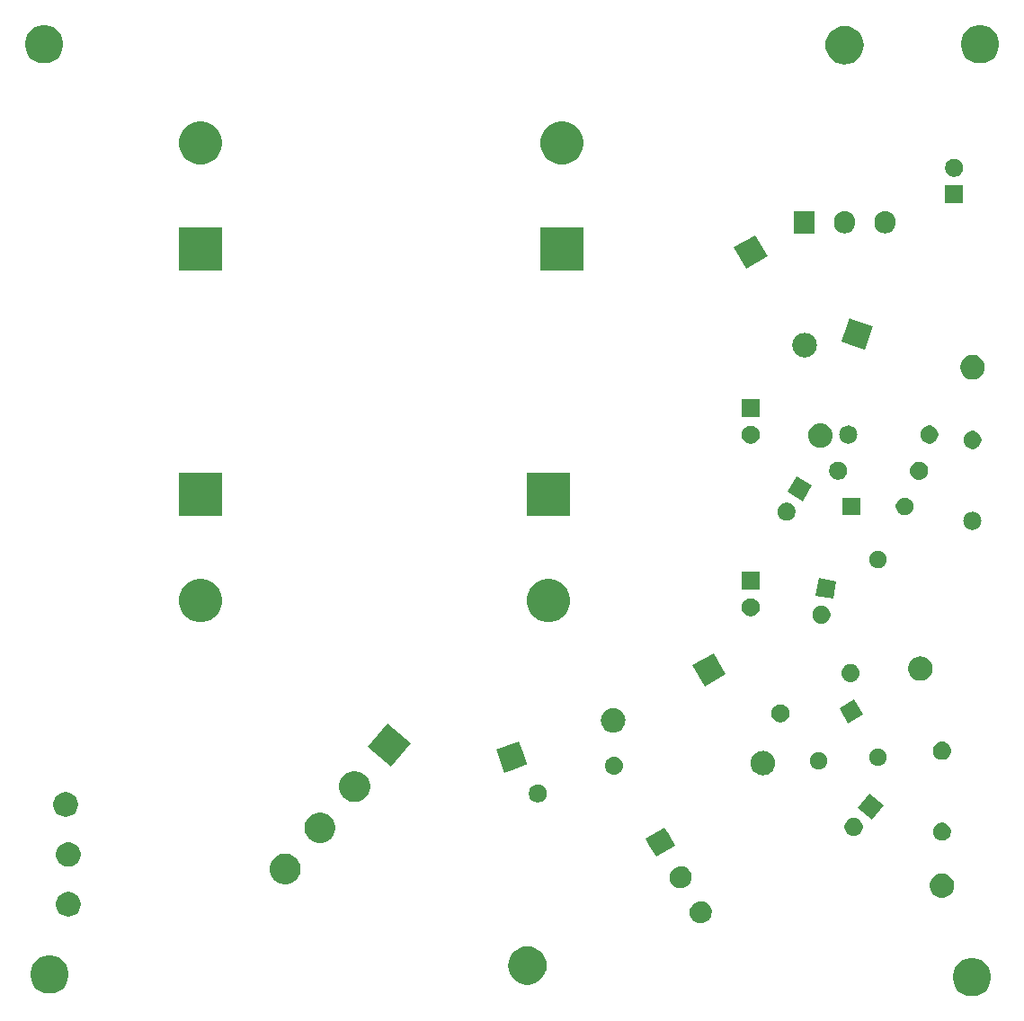
<source format=gbr>
G04 #@! TF.GenerationSoftware,KiCad,Pcbnew,(5.1.2-1)-1*
G04 #@! TF.CreationDate,2021-07-21T12:11:00-04:00*
G04 #@! TF.ProjectId,Power Supply,506f7765-7220-4537-9570-706c792e6b69,rev?*
G04 #@! TF.SameCoordinates,Original*
G04 #@! TF.FileFunction,Soldermask,Bot*
G04 #@! TF.FilePolarity,Negative*
%FSLAX46Y46*%
G04 Gerber Fmt 4.6, Leading zero omitted, Abs format (unit mm)*
G04 Created by KiCad (PCBNEW (5.1.2-1)-1) date 2021-07-21 12:11:00*
%MOMM*%
%LPD*%
G04 APERTURE LIST*
%ADD10C,0.100000*%
G04 APERTURE END LIST*
D10*
G36*
X104919331Y-104694211D02*
G01*
X105247092Y-104829974D01*
X105542070Y-105027072D01*
X105792928Y-105277930D01*
X105990026Y-105572908D01*
X106125789Y-105900669D01*
X106195000Y-106248616D01*
X106195000Y-106603384D01*
X106125789Y-106951331D01*
X105990026Y-107279092D01*
X105792928Y-107574070D01*
X105542070Y-107824928D01*
X105247092Y-108022026D01*
X104919331Y-108157789D01*
X104571384Y-108227000D01*
X104216616Y-108227000D01*
X103868669Y-108157789D01*
X103540908Y-108022026D01*
X103245930Y-107824928D01*
X102995072Y-107574070D01*
X102797974Y-107279092D01*
X102662211Y-106951331D01*
X102593000Y-106603384D01*
X102593000Y-106248616D01*
X102662211Y-105900669D01*
X102797974Y-105572908D01*
X102995072Y-105277930D01*
X103245930Y-105027072D01*
X103540908Y-104829974D01*
X103868669Y-104694211D01*
X104216616Y-104625000D01*
X104571384Y-104625000D01*
X104919331Y-104694211D01*
X104919331Y-104694211D01*
G37*
G36*
X18051331Y-104440211D02*
G01*
X18379092Y-104575974D01*
X18674070Y-104773072D01*
X18924928Y-105023930D01*
X19122026Y-105318908D01*
X19257789Y-105646669D01*
X19327000Y-105994616D01*
X19327000Y-106349384D01*
X19257789Y-106697331D01*
X19122026Y-107025092D01*
X18924928Y-107320070D01*
X18674070Y-107570928D01*
X18379092Y-107768026D01*
X18051331Y-107903789D01*
X17703384Y-107973000D01*
X17348616Y-107973000D01*
X17000669Y-107903789D01*
X16672908Y-107768026D01*
X16377930Y-107570928D01*
X16127072Y-107320070D01*
X15929974Y-107025092D01*
X15794211Y-106697331D01*
X15725000Y-106349384D01*
X15725000Y-105994616D01*
X15794211Y-105646669D01*
X15929974Y-105318908D01*
X16127072Y-105023930D01*
X16377930Y-104773072D01*
X16672908Y-104575974D01*
X17000669Y-104440211D01*
X17348616Y-104371000D01*
X17703384Y-104371000D01*
X18051331Y-104440211D01*
X18051331Y-104440211D01*
G37*
G36*
X62710686Y-103555591D02*
G01*
X62887075Y-103572964D01*
X63226565Y-103675947D01*
X63226567Y-103675948D01*
X63539439Y-103843182D01*
X63813678Y-104068244D01*
X64038740Y-104342483D01*
X64090977Y-104440212D01*
X64205975Y-104655357D01*
X64308958Y-104994847D01*
X64343731Y-105347905D01*
X64308958Y-105700963D01*
X64219879Y-105994616D01*
X64205974Y-106040455D01*
X64038740Y-106353327D01*
X63813678Y-106627566D01*
X63539439Y-106852628D01*
X63354779Y-106951331D01*
X63226565Y-107019863D01*
X62887075Y-107122846D01*
X62710686Y-107140219D01*
X62622493Y-107148905D01*
X62445541Y-107148905D01*
X62357348Y-107140219D01*
X62180959Y-107122846D01*
X61841469Y-107019863D01*
X61713255Y-106951331D01*
X61528595Y-106852628D01*
X61254356Y-106627566D01*
X61029294Y-106353327D01*
X60862060Y-106040455D01*
X60848155Y-105994616D01*
X60759076Y-105700963D01*
X60724303Y-105347905D01*
X60759076Y-104994847D01*
X60862059Y-104655357D01*
X60977057Y-104440212D01*
X61029294Y-104342483D01*
X61254356Y-104068244D01*
X61528595Y-103843182D01*
X61841467Y-103675948D01*
X61841469Y-103675947D01*
X62180959Y-103572964D01*
X62357348Y-103555591D01*
X62445541Y-103546905D01*
X62622493Y-103546905D01*
X62710686Y-103555591D01*
X62710686Y-103555591D01*
G37*
G36*
X79038483Y-99298147D02*
G01*
X79169115Y-99319714D01*
X79215366Y-99337122D01*
X79354112Y-99389341D01*
X79354115Y-99389343D01*
X79354118Y-99389344D01*
X79521982Y-99493728D01*
X79521984Y-99493730D01*
X79521986Y-99493731D01*
X79617394Y-99583091D01*
X79666256Y-99628855D01*
X79781396Y-99789532D01*
X79833141Y-99903734D01*
X79862977Y-99969585D01*
X79907865Y-100162091D01*
X79914332Y-100359661D01*
X79882134Y-100554688D01*
X79882133Y-100554690D01*
X79812503Y-100739693D01*
X79708119Y-100907557D01*
X79638189Y-100982220D01*
X79572992Y-101051831D01*
X79452578Y-101138119D01*
X79334732Y-101206157D01*
X79284925Y-101234914D01*
X79234139Y-101257924D01*
X79149991Y-101296052D01*
X79072987Y-101314007D01*
X78957485Y-101340939D01*
X78941266Y-101341470D01*
X78759917Y-101347407D01*
X78564885Y-101315208D01*
X78379882Y-101245578D01*
X78212018Y-101141194D01*
X78067744Y-101006067D01*
X77952605Y-100845390D01*
X77952605Y-100845389D01*
X77952603Y-100845387D01*
X77918814Y-100770814D01*
X77871023Y-100665338D01*
X77845223Y-100554688D01*
X77826136Y-100472832D01*
X77825605Y-100456613D01*
X77819668Y-100275264D01*
X77851867Y-100080232D01*
X77921497Y-99895229D01*
X78025881Y-99727365D01*
X78161008Y-99583091D01*
X78281423Y-99496803D01*
X78354460Y-99454635D01*
X78449075Y-99400008D01*
X78519863Y-99367935D01*
X78584009Y-99338870D01*
X78666164Y-99319714D01*
X78776515Y-99293983D01*
X78895057Y-99290102D01*
X78974083Y-99287515D01*
X78974085Y-99287515D01*
X79038483Y-99298147D01*
X79038483Y-99298147D01*
G37*
G36*
X19528549Y-98439116D02*
G01*
X19639734Y-98461232D01*
X19849203Y-98547997D01*
X20037720Y-98673960D01*
X20198040Y-98834280D01*
X20324003Y-99022797D01*
X20410768Y-99232266D01*
X20455000Y-99454636D01*
X20455000Y-99681364D01*
X20410768Y-99903734D01*
X20324003Y-100113203D01*
X20198040Y-100301720D01*
X20037720Y-100462040D01*
X19849203Y-100588003D01*
X19639734Y-100674768D01*
X19528549Y-100696884D01*
X19417365Y-100719000D01*
X19190635Y-100719000D01*
X19079451Y-100696884D01*
X18968266Y-100674768D01*
X18758797Y-100588003D01*
X18570280Y-100462040D01*
X18409960Y-100301720D01*
X18283997Y-100113203D01*
X18197232Y-99903734D01*
X18153000Y-99681364D01*
X18153000Y-99454636D01*
X18197232Y-99232266D01*
X18283997Y-99022797D01*
X18409960Y-98834280D01*
X18570280Y-98673960D01*
X18758797Y-98547997D01*
X18968266Y-98461232D01*
X19079451Y-98439116D01*
X19190635Y-98417000D01*
X19417365Y-98417000D01*
X19528549Y-98439116D01*
X19528549Y-98439116D01*
G37*
G36*
X101765174Y-96679758D02*
G01*
X101910334Y-96708632D01*
X102058450Y-96769984D01*
X102084264Y-96780676D01*
X102119803Y-96795397D01*
X102308320Y-96921360D01*
X102468640Y-97081680D01*
X102594603Y-97270197D01*
X102664995Y-97440137D01*
X102681368Y-97479667D01*
X102725600Y-97702035D01*
X102725600Y-97928765D01*
X102722167Y-97946022D01*
X102681368Y-98151134D01*
X102594603Y-98360603D01*
X102468640Y-98549120D01*
X102308320Y-98709440D01*
X102119803Y-98835403D01*
X101910334Y-98922168D01*
X101799149Y-98944284D01*
X101687965Y-98966400D01*
X101461235Y-98966400D01*
X101350051Y-98944284D01*
X101238866Y-98922168D01*
X101029397Y-98835403D01*
X100840880Y-98709440D01*
X100680560Y-98549120D01*
X100554597Y-98360603D01*
X100467832Y-98151134D01*
X100427033Y-97946022D01*
X100423600Y-97928765D01*
X100423600Y-97702035D01*
X100467832Y-97479667D01*
X100484206Y-97440137D01*
X100554597Y-97270197D01*
X100680560Y-97081680D01*
X100840880Y-96921360D01*
X101029397Y-96795397D01*
X101064937Y-96780676D01*
X101090750Y-96769984D01*
X101238866Y-96708632D01*
X101384026Y-96679758D01*
X101461235Y-96664400D01*
X101687965Y-96664400D01*
X101765174Y-96679758D01*
X101765174Y-96679758D01*
G37*
G36*
X77133483Y-95998591D02*
G01*
X77264115Y-96020158D01*
X77310366Y-96037565D01*
X77449112Y-96089785D01*
X77449115Y-96089787D01*
X77449118Y-96089788D01*
X77616982Y-96194172D01*
X77616984Y-96194174D01*
X77616986Y-96194175D01*
X77712394Y-96283535D01*
X77761256Y-96329299D01*
X77831848Y-96427810D01*
X77876396Y-96489976D01*
X77957977Y-96670029D01*
X78002865Y-96862535D01*
X78009332Y-97060105D01*
X77977134Y-97255132D01*
X77977133Y-97255134D01*
X77907503Y-97440137D01*
X77855311Y-97524068D01*
X77803119Y-97608001D01*
X77733189Y-97682664D01*
X77667992Y-97752275D01*
X77547578Y-97838563D01*
X77429732Y-97906601D01*
X77379925Y-97935358D01*
X77329139Y-97958368D01*
X77244991Y-97996496D01*
X77167987Y-98014451D01*
X77052485Y-98041383D01*
X77036266Y-98041914D01*
X76854917Y-98047851D01*
X76659885Y-98015652D01*
X76474882Y-97946022D01*
X76307018Y-97841638D01*
X76162744Y-97706511D01*
X76047605Y-97545834D01*
X76047605Y-97545833D01*
X76047603Y-97545831D01*
X76013814Y-97471258D01*
X75966023Y-97365782D01*
X75943736Y-97270199D01*
X75921136Y-97173276D01*
X75920605Y-97157057D01*
X75914668Y-96975708D01*
X75946867Y-96780676D01*
X76016497Y-96595673D01*
X76120881Y-96427809D01*
X76256008Y-96283535D01*
X76376423Y-96197247D01*
X76426229Y-96168491D01*
X76544075Y-96100452D01*
X76614863Y-96068379D01*
X76679009Y-96039314D01*
X76761842Y-96020000D01*
X76871515Y-95994427D01*
X76990057Y-95990546D01*
X77069083Y-95987959D01*
X77069085Y-95987959D01*
X77133483Y-95998591D01*
X77133483Y-95998591D01*
G37*
G36*
X40157158Y-94861277D02*
G01*
X40421222Y-94970656D01*
X40658875Y-95129451D01*
X40860983Y-95331559D01*
X41019778Y-95569212D01*
X41129157Y-95833276D01*
X41184917Y-96113605D01*
X41184917Y-96399429D01*
X41129157Y-96679758D01*
X41019778Y-96943822D01*
X40860983Y-97181475D01*
X40658875Y-97383583D01*
X40421222Y-97542378D01*
X40157158Y-97651757D01*
X39876829Y-97707517D01*
X39591005Y-97707517D01*
X39310676Y-97651757D01*
X39046612Y-97542378D01*
X38808959Y-97383583D01*
X38606851Y-97181475D01*
X38448056Y-96943822D01*
X38338677Y-96679758D01*
X38282917Y-96399429D01*
X38282917Y-96113605D01*
X38338677Y-95833276D01*
X38448056Y-95569212D01*
X38606851Y-95331559D01*
X38808959Y-95129451D01*
X39046612Y-94970656D01*
X39310676Y-94861277D01*
X39591005Y-94805517D01*
X39876829Y-94805517D01*
X40157158Y-94861277D01*
X40157158Y-94861277D01*
G37*
G36*
X19528549Y-93740116D02*
G01*
X19639734Y-93762232D01*
X19849203Y-93848997D01*
X20037720Y-93974960D01*
X20198040Y-94135280D01*
X20324003Y-94323797D01*
X20410768Y-94533266D01*
X20455000Y-94755636D01*
X20455000Y-94982364D01*
X20410768Y-95204734D01*
X20324003Y-95414203D01*
X20198040Y-95602720D01*
X20037720Y-95763040D01*
X19849203Y-95889003D01*
X19639734Y-95975768D01*
X19528549Y-95997884D01*
X19417365Y-96020000D01*
X19190635Y-96020000D01*
X19079451Y-95997884D01*
X18968266Y-95975768D01*
X18758797Y-95889003D01*
X18570280Y-95763040D01*
X18409960Y-95602720D01*
X18283997Y-95414203D01*
X18197232Y-95204734D01*
X18153000Y-94982364D01*
X18153000Y-94755636D01*
X18197232Y-94533266D01*
X18283997Y-94323797D01*
X18409960Y-94135280D01*
X18570280Y-93974960D01*
X18758797Y-93848997D01*
X18968266Y-93762232D01*
X19079451Y-93740116D01*
X19190635Y-93718000D01*
X19417365Y-93718000D01*
X19528549Y-93740116D01*
X19528549Y-93740116D01*
G37*
G36*
X75846400Y-92983628D02*
G01*
X76468943Y-94061904D01*
X76468943Y-94061905D01*
X74648557Y-95112905D01*
X74041762Y-94061904D01*
X73645057Y-93374792D01*
X73645057Y-93374791D01*
X75465443Y-92323791D01*
X75846400Y-92983628D01*
X75846400Y-92983628D01*
G37*
G36*
X43422519Y-90969772D02*
G01*
X43686583Y-91079151D01*
X43924236Y-91237946D01*
X44126344Y-91440054D01*
X44285139Y-91677707D01*
X44394518Y-91941771D01*
X44450278Y-92222100D01*
X44450278Y-92507924D01*
X44394518Y-92788253D01*
X44285139Y-93052317D01*
X44126344Y-93289970D01*
X43924236Y-93492078D01*
X43686583Y-93650873D01*
X43422519Y-93760252D01*
X43142190Y-93816012D01*
X42856366Y-93816012D01*
X42576037Y-93760252D01*
X42311973Y-93650873D01*
X42074320Y-93492078D01*
X41872212Y-93289970D01*
X41713417Y-93052317D01*
X41604038Y-92788253D01*
X41548278Y-92507924D01*
X41548278Y-92222100D01*
X41604038Y-91941771D01*
X41713417Y-91677707D01*
X41872212Y-91440054D01*
X42074320Y-91237946D01*
X42311973Y-91079151D01*
X42576037Y-90969772D01*
X42856366Y-90914012D01*
X43142190Y-90914012D01*
X43422519Y-90969772D01*
X43422519Y-90969772D01*
G37*
G36*
X101822828Y-91917103D02*
G01*
X101977700Y-91981253D01*
X102117081Y-92074385D01*
X102235615Y-92192919D01*
X102328747Y-92332300D01*
X102392897Y-92487172D01*
X102425600Y-92651584D01*
X102425600Y-92819216D01*
X102392897Y-92983628D01*
X102328747Y-93138500D01*
X102235615Y-93277881D01*
X102117081Y-93396415D01*
X101977700Y-93489547D01*
X101822828Y-93553697D01*
X101658416Y-93586400D01*
X101490784Y-93586400D01*
X101326372Y-93553697D01*
X101171500Y-93489547D01*
X101032119Y-93396415D01*
X100913585Y-93277881D01*
X100820453Y-93138500D01*
X100756303Y-92983628D01*
X100723600Y-92819216D01*
X100723600Y-92651584D01*
X100756303Y-92487172D01*
X100820453Y-92332300D01*
X100913585Y-92192919D01*
X101032119Y-92074385D01*
X101171500Y-91981253D01*
X101326372Y-91917103D01*
X101490784Y-91884400D01*
X101658416Y-91884400D01*
X101822828Y-91917103D01*
X101822828Y-91917103D01*
G37*
G36*
X93510259Y-91470014D02*
G01*
X93665131Y-91534164D01*
X93804512Y-91627296D01*
X93923046Y-91745830D01*
X94016178Y-91885211D01*
X94080328Y-92040083D01*
X94113031Y-92204495D01*
X94113031Y-92372127D01*
X94080328Y-92536539D01*
X94016178Y-92691411D01*
X93923046Y-92830792D01*
X93804512Y-92949326D01*
X93665131Y-93042458D01*
X93510259Y-93106608D01*
X93345847Y-93139311D01*
X93178215Y-93139311D01*
X93013803Y-93106608D01*
X92858931Y-93042458D01*
X92719550Y-92949326D01*
X92601016Y-92830792D01*
X92507884Y-92691411D01*
X92443734Y-92536539D01*
X92411031Y-92372127D01*
X92411031Y-92204495D01*
X92443734Y-92040083D01*
X92507884Y-91885211D01*
X92601016Y-91745830D01*
X92719550Y-91627296D01*
X92858931Y-91534164D01*
X93013803Y-91470014D01*
X93178215Y-91437311D01*
X93345847Y-91437311D01*
X93510259Y-91470014D01*
X93510259Y-91470014D01*
G37*
G36*
X96067916Y-90268308D02*
G01*
X94973892Y-91572116D01*
X93670084Y-90478092D01*
X94764108Y-89174284D01*
X96067916Y-90268308D01*
X96067916Y-90268308D01*
G37*
G36*
X19274549Y-89041116D02*
G01*
X19385734Y-89063232D01*
X19595203Y-89149997D01*
X19783720Y-89275960D01*
X19944040Y-89436280D01*
X20053816Y-89600572D01*
X20070004Y-89624799D01*
X20095416Y-89686150D01*
X20156768Y-89834266D01*
X20201000Y-90056636D01*
X20201000Y-90283364D01*
X20156768Y-90505734D01*
X20070003Y-90715203D01*
X19944040Y-90903720D01*
X19783720Y-91064040D01*
X19595203Y-91190003D01*
X19385734Y-91276768D01*
X19274549Y-91298884D01*
X19163365Y-91321000D01*
X18936635Y-91321000D01*
X18825451Y-91298884D01*
X18714266Y-91276768D01*
X18504797Y-91190003D01*
X18316280Y-91064040D01*
X18155960Y-90903720D01*
X18029997Y-90715203D01*
X17943232Y-90505734D01*
X17899000Y-90283364D01*
X17899000Y-90056636D01*
X17943232Y-89834266D01*
X18004584Y-89686150D01*
X18029996Y-89624799D01*
X18046184Y-89600572D01*
X18155960Y-89436280D01*
X18316280Y-89275960D01*
X18504797Y-89149997D01*
X18714266Y-89063232D01*
X18825451Y-89041116D01*
X18936635Y-89019000D01*
X19163365Y-89019000D01*
X19274549Y-89041116D01*
X19274549Y-89041116D01*
G37*
G36*
X63773628Y-88310303D02*
G01*
X63928500Y-88374453D01*
X64067881Y-88467585D01*
X64186415Y-88586119D01*
X64279547Y-88725500D01*
X64343697Y-88880372D01*
X64376400Y-89044784D01*
X64376400Y-89212416D01*
X64343697Y-89376828D01*
X64279547Y-89531700D01*
X64186415Y-89671081D01*
X64067881Y-89789615D01*
X63928500Y-89882747D01*
X63773628Y-89946897D01*
X63609216Y-89979600D01*
X63441584Y-89979600D01*
X63277172Y-89946897D01*
X63122300Y-89882747D01*
X62982919Y-89789615D01*
X62864385Y-89671081D01*
X62771253Y-89531700D01*
X62707103Y-89376828D01*
X62674400Y-89212416D01*
X62674400Y-89044784D01*
X62707103Y-88880372D01*
X62771253Y-88725500D01*
X62864385Y-88586119D01*
X62982919Y-88467585D01*
X63122300Y-88374453D01*
X63277172Y-88310303D01*
X63441584Y-88277600D01*
X63609216Y-88277600D01*
X63773628Y-88310303D01*
X63773628Y-88310303D01*
G37*
G36*
X46687880Y-87078266D02*
G01*
X46951944Y-87187645D01*
X47189597Y-87346440D01*
X47391705Y-87548548D01*
X47550500Y-87786201D01*
X47659879Y-88050265D01*
X47715639Y-88330594D01*
X47715639Y-88616418D01*
X47659879Y-88896747D01*
X47550500Y-89160811D01*
X47391705Y-89398464D01*
X47189597Y-89600572D01*
X46951944Y-89759367D01*
X46687880Y-89868746D01*
X46407551Y-89924506D01*
X46121727Y-89924506D01*
X45841398Y-89868746D01*
X45577334Y-89759367D01*
X45339681Y-89600572D01*
X45137573Y-89398464D01*
X44978778Y-89160811D01*
X44869399Y-88896747D01*
X44813639Y-88616418D01*
X44813639Y-88330594D01*
X44869399Y-88050265D01*
X44978778Y-87786201D01*
X45137573Y-87548548D01*
X45339681Y-87346440D01*
X45577334Y-87187645D01*
X45841398Y-87078266D01*
X46121727Y-87022506D01*
X46407551Y-87022506D01*
X46687880Y-87078266D01*
X46687880Y-87078266D01*
G37*
G36*
X84903671Y-85128921D02*
G01*
X84960035Y-85134472D01*
X85177000Y-85200288D01*
X85177002Y-85200289D01*
X85376955Y-85307165D01*
X85552218Y-85451000D01*
X85696053Y-85626263D01*
X85795011Y-85811402D01*
X85802930Y-85826218D01*
X85868746Y-86043183D01*
X85890969Y-86268818D01*
X85868746Y-86494453D01*
X85809661Y-86689230D01*
X85802929Y-86711420D01*
X85696053Y-86911373D01*
X85552218Y-87086636D01*
X85376955Y-87230471D01*
X85223617Y-87312431D01*
X85177000Y-87337348D01*
X84960035Y-87403164D01*
X84903671Y-87408715D01*
X84790945Y-87419818D01*
X84677855Y-87419818D01*
X84565129Y-87408715D01*
X84508765Y-87403164D01*
X84291800Y-87337348D01*
X84245183Y-87312431D01*
X84091845Y-87230471D01*
X83916582Y-87086636D01*
X83772747Y-86911373D01*
X83665871Y-86711420D01*
X83659140Y-86689230D01*
X83600054Y-86494453D01*
X83577831Y-86268818D01*
X83600054Y-86043183D01*
X83665870Y-85826218D01*
X83673789Y-85811402D01*
X83772747Y-85626263D01*
X83916582Y-85451000D01*
X84091845Y-85307165D01*
X84291798Y-85200289D01*
X84291800Y-85200288D01*
X84508765Y-85134472D01*
X84565129Y-85128921D01*
X84677855Y-85117818D01*
X84790945Y-85117818D01*
X84903671Y-85128921D01*
X84903671Y-85128921D01*
G37*
G36*
X70852681Y-85683720D02*
G01*
X71013100Y-85732383D01*
X71126656Y-85793080D01*
X71160936Y-85811403D01*
X71290517Y-85917748D01*
X71396862Y-86047329D01*
X71396863Y-86047331D01*
X71475882Y-86195165D01*
X71524545Y-86355584D01*
X71540975Y-86522407D01*
X71524545Y-86689230D01*
X71475882Y-86849649D01*
X71404972Y-86982313D01*
X71396862Y-86997485D01*
X71290517Y-87127066D01*
X71160936Y-87233411D01*
X71160934Y-87233412D01*
X71013100Y-87312431D01*
X70852681Y-87361094D01*
X70727662Y-87373407D01*
X70644054Y-87373407D01*
X70519035Y-87361094D01*
X70358616Y-87312431D01*
X70210782Y-87233412D01*
X70210780Y-87233411D01*
X70081199Y-87127066D01*
X69974854Y-86997485D01*
X69966744Y-86982313D01*
X69895834Y-86849649D01*
X69847171Y-86689230D01*
X69830741Y-86522407D01*
X69847171Y-86355584D01*
X69895834Y-86195165D01*
X69974853Y-86047331D01*
X69974854Y-86047329D01*
X70081199Y-85917748D01*
X70210780Y-85811403D01*
X70245060Y-85793080D01*
X70358616Y-85732383D01*
X70519035Y-85683720D01*
X70644054Y-85671407D01*
X70727662Y-85671407D01*
X70852681Y-85683720D01*
X70852681Y-85683720D01*
G37*
G36*
X62221143Y-85520121D02*
G01*
X62525227Y-86355582D01*
X62536851Y-86387521D01*
X61267164Y-86849649D01*
X60373680Y-87174851D01*
X60373679Y-87174851D01*
X59743207Y-85442642D01*
X59586349Y-85011680D01*
X59586349Y-85011679D01*
X61254846Y-84404396D01*
X61749520Y-84224349D01*
X61749521Y-84224349D01*
X62221143Y-85520121D01*
X62221143Y-85520121D01*
G37*
G36*
X90201008Y-85252406D02*
G01*
X90351331Y-85314672D01*
X90486618Y-85405068D01*
X90601669Y-85520119D01*
X90692065Y-85655406D01*
X90754331Y-85805729D01*
X90786073Y-85965310D01*
X90786073Y-86128018D01*
X90754331Y-86287599D01*
X90692065Y-86437922D01*
X90601669Y-86573209D01*
X90486618Y-86688260D01*
X90351331Y-86778656D01*
X90201008Y-86840922D01*
X90041427Y-86872664D01*
X89878719Y-86872664D01*
X89719138Y-86840922D01*
X89568815Y-86778656D01*
X89433528Y-86688260D01*
X89318477Y-86573209D01*
X89228081Y-86437922D01*
X89165815Y-86287599D01*
X89134073Y-86128018D01*
X89134073Y-85965310D01*
X89165815Y-85805729D01*
X89228081Y-85655406D01*
X89318477Y-85520119D01*
X89433528Y-85405068D01*
X89568815Y-85314672D01*
X89719138Y-85252406D01*
X89878719Y-85220664D01*
X90041427Y-85220664D01*
X90201008Y-85252406D01*
X90201008Y-85252406D01*
G37*
G36*
X51574215Y-84403154D02*
G01*
X49708846Y-86626215D01*
X47485785Y-84760846D01*
X49351154Y-82537785D01*
X51574215Y-84403154D01*
X51574215Y-84403154D01*
G37*
G36*
X95781135Y-84917469D02*
G01*
X95931458Y-84979735D01*
X96066745Y-85070131D01*
X96181796Y-85185182D01*
X96272192Y-85320469D01*
X96334458Y-85470792D01*
X96366200Y-85630373D01*
X96366200Y-85793081D01*
X96334458Y-85952662D01*
X96272192Y-86102985D01*
X96181796Y-86238272D01*
X96066745Y-86353323D01*
X95931458Y-86443719D01*
X95781135Y-86505985D01*
X95621554Y-86537727D01*
X95458846Y-86537727D01*
X95299265Y-86505985D01*
X95148942Y-86443719D01*
X95013655Y-86353323D01*
X94898604Y-86238272D01*
X94808208Y-86102985D01*
X94745942Y-85952662D01*
X94714200Y-85793081D01*
X94714200Y-85630373D01*
X94745942Y-85470792D01*
X94808208Y-85320469D01*
X94898604Y-85185182D01*
X95013655Y-85070131D01*
X95148942Y-84979735D01*
X95299265Y-84917469D01*
X95458846Y-84885727D01*
X95621554Y-84885727D01*
X95781135Y-84917469D01*
X95781135Y-84917469D01*
G37*
G36*
X101741423Y-84276713D02*
G01*
X101901842Y-84325376D01*
X102034506Y-84396286D01*
X102049678Y-84404396D01*
X102179259Y-84510741D01*
X102285604Y-84640322D01*
X102285605Y-84640324D01*
X102364624Y-84788158D01*
X102413287Y-84948577D01*
X102429717Y-85115400D01*
X102413287Y-85282223D01*
X102364624Y-85442642D01*
X102293714Y-85575306D01*
X102285604Y-85590478D01*
X102179259Y-85720059D01*
X102049678Y-85826404D01*
X102049676Y-85826405D01*
X101901842Y-85905424D01*
X101741423Y-85954087D01*
X101616404Y-85966400D01*
X101532796Y-85966400D01*
X101407777Y-85954087D01*
X101247358Y-85905424D01*
X101099524Y-85826405D01*
X101099522Y-85826404D01*
X100969941Y-85720059D01*
X100863596Y-85590478D01*
X100855486Y-85575306D01*
X100784576Y-85442642D01*
X100735913Y-85282223D01*
X100719483Y-85115400D01*
X100735913Y-84948577D01*
X100784576Y-84788158D01*
X100863595Y-84640324D01*
X100863596Y-84640322D01*
X100969941Y-84510741D01*
X101099522Y-84404396D01*
X101114694Y-84396286D01*
X101247358Y-84325376D01*
X101407777Y-84276713D01*
X101532796Y-84264400D01*
X101616404Y-84264400D01*
X101741423Y-84276713D01*
X101741423Y-84276713D01*
G37*
G36*
X70778148Y-81084778D02*
G01*
X70834512Y-81090329D01*
X71051477Y-81156145D01*
X71051479Y-81156146D01*
X71251432Y-81263022D01*
X71426695Y-81406857D01*
X71570530Y-81582120D01*
X71677406Y-81782073D01*
X71677407Y-81782075D01*
X71743223Y-81999040D01*
X71765446Y-82224675D01*
X71743223Y-82450310D01*
X71716688Y-82537785D01*
X71677406Y-82667277D01*
X71570530Y-82867230D01*
X71426695Y-83042493D01*
X71251432Y-83186328D01*
X71051479Y-83293204D01*
X71051477Y-83293205D01*
X70834512Y-83359021D01*
X70778148Y-83364572D01*
X70665422Y-83375675D01*
X70552332Y-83375675D01*
X70439606Y-83364572D01*
X70383242Y-83359021D01*
X70166277Y-83293205D01*
X70166275Y-83293204D01*
X69966322Y-83186328D01*
X69791059Y-83042493D01*
X69647224Y-82867230D01*
X69540348Y-82667277D01*
X69501067Y-82537785D01*
X69474531Y-82450310D01*
X69452308Y-82224675D01*
X69474531Y-81999040D01*
X69540347Y-81782075D01*
X69540348Y-81782073D01*
X69647224Y-81582120D01*
X69791059Y-81406857D01*
X69966322Y-81263022D01*
X70166275Y-81156146D01*
X70166277Y-81156145D01*
X70383242Y-81090329D01*
X70439606Y-81084778D01*
X70552332Y-81073675D01*
X70665422Y-81073675D01*
X70778148Y-81084778D01*
X70778148Y-81084778D01*
G37*
G36*
X94168538Y-81683937D02*
G01*
X92737863Y-82509938D01*
X91911862Y-81079263D01*
X93342537Y-80253262D01*
X94168538Y-81683937D01*
X94168538Y-81683937D01*
G37*
G36*
X86608228Y-80766503D02*
G01*
X86763100Y-80830653D01*
X86902481Y-80923785D01*
X87021015Y-81042319D01*
X87114147Y-81181700D01*
X87178297Y-81336572D01*
X87211000Y-81500984D01*
X87211000Y-81668616D01*
X87178297Y-81833028D01*
X87114147Y-81987900D01*
X87021015Y-82127281D01*
X86902481Y-82245815D01*
X86763100Y-82338947D01*
X86608228Y-82403097D01*
X86443816Y-82435800D01*
X86276184Y-82435800D01*
X86111772Y-82403097D01*
X85956900Y-82338947D01*
X85817519Y-82245815D01*
X85698985Y-82127281D01*
X85605853Y-81987900D01*
X85541703Y-81833028D01*
X85509000Y-81668616D01*
X85509000Y-81500984D01*
X85541703Y-81336572D01*
X85605853Y-81181700D01*
X85698985Y-81042319D01*
X85817519Y-80923785D01*
X85956900Y-80830653D01*
X86111772Y-80766503D01*
X86276184Y-80733800D01*
X86443816Y-80733800D01*
X86608228Y-80766503D01*
X86608228Y-80766503D01*
G37*
G36*
X81226695Y-77891295D02*
G01*
X79233105Y-79042295D01*
X78082105Y-77048705D01*
X80075695Y-75897705D01*
X81226695Y-77891295D01*
X81226695Y-77891295D01*
G37*
G36*
X93125937Y-76936113D02*
G01*
X93286356Y-76984776D01*
X93405959Y-77048705D01*
X93434192Y-77063796D01*
X93563773Y-77170141D01*
X93670118Y-77299722D01*
X93670119Y-77299724D01*
X93749138Y-77447558D01*
X93797801Y-77607977D01*
X93814231Y-77774800D01*
X93797801Y-77941623D01*
X93749138Y-78102042D01*
X93749096Y-78102120D01*
X93670118Y-78249878D01*
X93563773Y-78379459D01*
X93434192Y-78485804D01*
X93434190Y-78485805D01*
X93286356Y-78564824D01*
X93125937Y-78613487D01*
X93000918Y-78625800D01*
X92917310Y-78625800D01*
X92792291Y-78613487D01*
X92631872Y-78564824D01*
X92484038Y-78485805D01*
X92484036Y-78485804D01*
X92354455Y-78379459D01*
X92248110Y-78249878D01*
X92169132Y-78102120D01*
X92169090Y-78102042D01*
X92120427Y-77941623D01*
X92103997Y-77774800D01*
X92120427Y-77607977D01*
X92169090Y-77447558D01*
X92248109Y-77299724D01*
X92248110Y-77299722D01*
X92354455Y-77170141D01*
X92484036Y-77063796D01*
X92512269Y-77048705D01*
X92631872Y-76984776D01*
X92792291Y-76936113D01*
X92917310Y-76923800D01*
X93000918Y-76923800D01*
X93125937Y-76936113D01*
X93125937Y-76936113D01*
G37*
G36*
X99767149Y-76239516D02*
G01*
X99878334Y-76261632D01*
X100087803Y-76348397D01*
X100276320Y-76474360D01*
X100436640Y-76634680D01*
X100562603Y-76823197D01*
X100649368Y-77032666D01*
X100693600Y-77255036D01*
X100693600Y-77481764D01*
X100649368Y-77704134D01*
X100562603Y-77913603D01*
X100436640Y-78102120D01*
X100276320Y-78262440D01*
X100087803Y-78388403D01*
X99878334Y-78475168D01*
X99767149Y-78497284D01*
X99655965Y-78519400D01*
X99429235Y-78519400D01*
X99318051Y-78497284D01*
X99206866Y-78475168D01*
X98997397Y-78388403D01*
X98808880Y-78262440D01*
X98648560Y-78102120D01*
X98522597Y-77913603D01*
X98435832Y-77704134D01*
X98391600Y-77481764D01*
X98391600Y-77255036D01*
X98435832Y-77032666D01*
X98522597Y-76823197D01*
X98648560Y-76634680D01*
X98808880Y-76474360D01*
X98997397Y-76348397D01*
X99206866Y-76261632D01*
X99318051Y-76239516D01*
X99429235Y-76217400D01*
X99655965Y-76217400D01*
X99767149Y-76239516D01*
X99767149Y-76239516D01*
G37*
G36*
X90466708Y-71468322D02*
G01*
X90621580Y-71532472D01*
X90760961Y-71625604D01*
X90879495Y-71744138D01*
X90972627Y-71883519D01*
X91036777Y-72038391D01*
X91069480Y-72202803D01*
X91069480Y-72370435D01*
X91036777Y-72534847D01*
X90972627Y-72689719D01*
X90879495Y-72829100D01*
X90760961Y-72947634D01*
X90621580Y-73040766D01*
X90466708Y-73104916D01*
X90302296Y-73137619D01*
X90134664Y-73137619D01*
X89970252Y-73104916D01*
X89815380Y-73040766D01*
X89675999Y-72947634D01*
X89557465Y-72829100D01*
X89464333Y-72689719D01*
X89400183Y-72534847D01*
X89367480Y-72370435D01*
X89367480Y-72202803D01*
X89400183Y-72038391D01*
X89464333Y-71883519D01*
X89557465Y-71744138D01*
X89675999Y-71625604D01*
X89815380Y-71532472D01*
X89970252Y-71468322D01*
X90134664Y-71435619D01*
X90302296Y-71435619D01*
X90466708Y-71468322D01*
X90466708Y-71468322D01*
G37*
G36*
X65114254Y-68987818D02*
G01*
X65467900Y-69134303D01*
X65487513Y-69142427D01*
X65823436Y-69366884D01*
X66109116Y-69652564D01*
X66300507Y-69939000D01*
X66333574Y-69988489D01*
X66488182Y-70361746D01*
X66567000Y-70757993D01*
X66567000Y-71162007D01*
X66488182Y-71558254D01*
X66333574Y-71931511D01*
X66333573Y-71931513D01*
X66109116Y-72267436D01*
X65823436Y-72553116D01*
X65487513Y-72777573D01*
X65487512Y-72777574D01*
X65487511Y-72777574D01*
X65114254Y-72932182D01*
X64718007Y-73011000D01*
X64313993Y-73011000D01*
X63917746Y-72932182D01*
X63544489Y-72777574D01*
X63544488Y-72777574D01*
X63544487Y-72777573D01*
X63208564Y-72553116D01*
X62922884Y-72267436D01*
X62698427Y-71931513D01*
X62698426Y-71931511D01*
X62543818Y-71558254D01*
X62465000Y-71162007D01*
X62465000Y-70757993D01*
X62543818Y-70361746D01*
X62698426Y-69988489D01*
X62731494Y-69939000D01*
X62922884Y-69652564D01*
X63208564Y-69366884D01*
X63544487Y-69142427D01*
X63564100Y-69134303D01*
X63917746Y-68987818D01*
X64313993Y-68909000D01*
X64718007Y-68909000D01*
X65114254Y-68987818D01*
X65114254Y-68987818D01*
G37*
G36*
X32348254Y-68987818D02*
G01*
X32701900Y-69134303D01*
X32721513Y-69142427D01*
X33057436Y-69366884D01*
X33343116Y-69652564D01*
X33534507Y-69939000D01*
X33567574Y-69988489D01*
X33722182Y-70361746D01*
X33801000Y-70757993D01*
X33801000Y-71162007D01*
X33722182Y-71558254D01*
X33567574Y-71931511D01*
X33567573Y-71931513D01*
X33343116Y-72267436D01*
X33057436Y-72553116D01*
X32721513Y-72777573D01*
X32721512Y-72777574D01*
X32721511Y-72777574D01*
X32348254Y-72932182D01*
X31952007Y-73011000D01*
X31547993Y-73011000D01*
X31151746Y-72932182D01*
X30778489Y-72777574D01*
X30778488Y-72777574D01*
X30778487Y-72777573D01*
X30442564Y-72553116D01*
X30156884Y-72267436D01*
X29932427Y-71931513D01*
X29932426Y-71931511D01*
X29777818Y-71558254D01*
X29699000Y-71162007D01*
X29699000Y-70757993D01*
X29777818Y-70361746D01*
X29932426Y-69988489D01*
X29965494Y-69939000D01*
X30156884Y-69652564D01*
X30442564Y-69366884D01*
X30778487Y-69142427D01*
X30798100Y-69134303D01*
X31151746Y-68987818D01*
X31547993Y-68909000D01*
X31952007Y-68909000D01*
X32348254Y-68987818D01*
X32348254Y-68987818D01*
G37*
G36*
X83814228Y-70769703D02*
G01*
X83969100Y-70833853D01*
X84108481Y-70926985D01*
X84227015Y-71045519D01*
X84320147Y-71184900D01*
X84384297Y-71339772D01*
X84417000Y-71504184D01*
X84417000Y-71671816D01*
X84384297Y-71836228D01*
X84320147Y-71991100D01*
X84227015Y-72130481D01*
X84108481Y-72249015D01*
X83969100Y-72342147D01*
X83814228Y-72406297D01*
X83649816Y-72439000D01*
X83482184Y-72439000D01*
X83317772Y-72406297D01*
X83162900Y-72342147D01*
X83023519Y-72249015D01*
X82904985Y-72130481D01*
X82811853Y-71991100D01*
X82747703Y-71836228D01*
X82715000Y-71671816D01*
X82715000Y-71504184D01*
X82747703Y-71339772D01*
X82811853Y-71184900D01*
X82904985Y-71045519D01*
X83023519Y-70926985D01*
X83162900Y-70833853D01*
X83317772Y-70769703D01*
X83482184Y-70737000D01*
X83649816Y-70737000D01*
X83814228Y-70769703D01*
X83814228Y-70769703D01*
G37*
G36*
X91638446Y-69134303D02*
G01*
X91342897Y-70810446D01*
X89666754Y-70514897D01*
X89962303Y-68838754D01*
X91638446Y-69134303D01*
X91638446Y-69134303D01*
G37*
G36*
X84417000Y-69939000D02*
G01*
X82715000Y-69939000D01*
X82715000Y-68237000D01*
X84417000Y-68237000D01*
X84417000Y-69939000D01*
X84417000Y-69939000D01*
G37*
G36*
X95806535Y-66283342D02*
G01*
X95956858Y-66345608D01*
X96092145Y-66436004D01*
X96207196Y-66551055D01*
X96297592Y-66686342D01*
X96359858Y-66836665D01*
X96391600Y-66996246D01*
X96391600Y-67158954D01*
X96359858Y-67318535D01*
X96297592Y-67468858D01*
X96207196Y-67604145D01*
X96092145Y-67719196D01*
X95956858Y-67809592D01*
X95806535Y-67871858D01*
X95646954Y-67903600D01*
X95484246Y-67903600D01*
X95324665Y-67871858D01*
X95174342Y-67809592D01*
X95039055Y-67719196D01*
X94924004Y-67604145D01*
X94833608Y-67468858D01*
X94771342Y-67318535D01*
X94739600Y-67158954D01*
X94739600Y-66996246D01*
X94771342Y-66836665D01*
X94833608Y-66686342D01*
X94924004Y-66551055D01*
X95039055Y-66436004D01*
X95174342Y-66345608D01*
X95324665Y-66283342D01*
X95484246Y-66251600D01*
X95646954Y-66251600D01*
X95806535Y-66283342D01*
X95806535Y-66283342D01*
G37*
G36*
X104611623Y-62610513D02*
G01*
X104772042Y-62659176D01*
X104884331Y-62719196D01*
X104919878Y-62738196D01*
X105049459Y-62844541D01*
X105155804Y-62974122D01*
X105155805Y-62974124D01*
X105234824Y-63121958D01*
X105283487Y-63282377D01*
X105299917Y-63449200D01*
X105283487Y-63616023D01*
X105234824Y-63776442D01*
X105163914Y-63909106D01*
X105155804Y-63924278D01*
X105049459Y-64053859D01*
X104919878Y-64160204D01*
X104919876Y-64160205D01*
X104772042Y-64239224D01*
X104611623Y-64287887D01*
X104486604Y-64300200D01*
X104402996Y-64300200D01*
X104277977Y-64287887D01*
X104117558Y-64239224D01*
X103969724Y-64160205D01*
X103969722Y-64160204D01*
X103840141Y-64053859D01*
X103733796Y-63924278D01*
X103725686Y-63909106D01*
X103654776Y-63776442D01*
X103606113Y-63616023D01*
X103589683Y-63449200D01*
X103606113Y-63282377D01*
X103654776Y-63121958D01*
X103733795Y-62974124D01*
X103733796Y-62974122D01*
X103840141Y-62844541D01*
X103969722Y-62738196D01*
X104005269Y-62719196D01*
X104117558Y-62659176D01*
X104277977Y-62610513D01*
X104402996Y-62598200D01*
X104486604Y-62598200D01*
X104611623Y-62610513D01*
X104611623Y-62610513D01*
G37*
G36*
X87187028Y-61773367D02*
G01*
X87341900Y-61837517D01*
X87481281Y-61930649D01*
X87599815Y-62049183D01*
X87692947Y-62188564D01*
X87757097Y-62343436D01*
X87789800Y-62507848D01*
X87789800Y-62675480D01*
X87757097Y-62839892D01*
X87692947Y-62994764D01*
X87599815Y-63134145D01*
X87481281Y-63252679D01*
X87341900Y-63345811D01*
X87187028Y-63409961D01*
X87022616Y-63442664D01*
X86854984Y-63442664D01*
X86690572Y-63409961D01*
X86535700Y-63345811D01*
X86396319Y-63252679D01*
X86277785Y-63134145D01*
X86184653Y-62994764D01*
X86120503Y-62839892D01*
X86087800Y-62675480D01*
X86087800Y-62507848D01*
X86120503Y-62343436D01*
X86184653Y-62188564D01*
X86277785Y-62049183D01*
X86396319Y-61930649D01*
X86535700Y-61837517D01*
X86690572Y-61773367D01*
X86854984Y-61740664D01*
X87022616Y-61740664D01*
X87187028Y-61773367D01*
X87187028Y-61773367D01*
G37*
G36*
X33801000Y-63011000D02*
G01*
X29699000Y-63011000D01*
X29699000Y-58909000D01*
X33801000Y-58909000D01*
X33801000Y-63011000D01*
X33801000Y-63011000D01*
G37*
G36*
X66567000Y-63011000D02*
G01*
X62465000Y-63011000D01*
X62465000Y-58909000D01*
X66567000Y-58909000D01*
X66567000Y-63011000D01*
X66567000Y-63011000D01*
G37*
G36*
X93891600Y-62903600D02*
G01*
X92239600Y-62903600D01*
X92239600Y-61251600D01*
X93891600Y-61251600D01*
X93891600Y-62903600D01*
X93891600Y-62903600D01*
G37*
G36*
X98306535Y-61283342D02*
G01*
X98456858Y-61345608D01*
X98592145Y-61436004D01*
X98707196Y-61551055D01*
X98797592Y-61686342D01*
X98859858Y-61836665D01*
X98891600Y-61996246D01*
X98891600Y-62158954D01*
X98859858Y-62318535D01*
X98797592Y-62468858D01*
X98707196Y-62604145D01*
X98592145Y-62719196D01*
X98456858Y-62809592D01*
X98306535Y-62871858D01*
X98146954Y-62903600D01*
X97984246Y-62903600D01*
X97824665Y-62871858D01*
X97674342Y-62809592D01*
X97539055Y-62719196D01*
X97424004Y-62604145D01*
X97333608Y-62468858D01*
X97271342Y-62318535D01*
X97239600Y-62158954D01*
X97239600Y-61996246D01*
X97271342Y-61836665D01*
X97333608Y-61686342D01*
X97424004Y-61551055D01*
X97539055Y-61436004D01*
X97674342Y-61345608D01*
X97824665Y-61283342D01*
X97984246Y-61251600D01*
X98146954Y-61251600D01*
X98306535Y-61283342D01*
X98306535Y-61283342D01*
G37*
G36*
X89351288Y-60115112D02*
G01*
X88500288Y-61589088D01*
X87026312Y-60738088D01*
X87877312Y-59264112D01*
X89351288Y-60115112D01*
X89351288Y-60115112D01*
G37*
G36*
X99582423Y-57886113D02*
G01*
X99742842Y-57934776D01*
X99809961Y-57970652D01*
X99890678Y-58013796D01*
X100020259Y-58120141D01*
X100126604Y-58249722D01*
X100126605Y-58249724D01*
X100205624Y-58397558D01*
X100254287Y-58557977D01*
X100270717Y-58724800D01*
X100254287Y-58891623D01*
X100205624Y-59052042D01*
X100165077Y-59127900D01*
X100126604Y-59199878D01*
X100020259Y-59329459D01*
X99890678Y-59435804D01*
X99890676Y-59435805D01*
X99742842Y-59514824D01*
X99582423Y-59563487D01*
X99457404Y-59575800D01*
X99373796Y-59575800D01*
X99248777Y-59563487D01*
X99088358Y-59514824D01*
X98940524Y-59435805D01*
X98940522Y-59435804D01*
X98810941Y-59329459D01*
X98704596Y-59199878D01*
X98666123Y-59127900D01*
X98625576Y-59052042D01*
X98576913Y-58891623D01*
X98560483Y-58724800D01*
X98576913Y-58557977D01*
X98625576Y-58397558D01*
X98704595Y-58249724D01*
X98704596Y-58249722D01*
X98810941Y-58120141D01*
X98940522Y-58013796D01*
X99021239Y-57970652D01*
X99088358Y-57934776D01*
X99248777Y-57886113D01*
X99373796Y-57873800D01*
X99457404Y-57873800D01*
X99582423Y-57886113D01*
X99582423Y-57886113D01*
G37*
G36*
X92043828Y-57906503D02*
G01*
X92198700Y-57970653D01*
X92338081Y-58063785D01*
X92456615Y-58182319D01*
X92549747Y-58321700D01*
X92613897Y-58476572D01*
X92646600Y-58640984D01*
X92646600Y-58808616D01*
X92613897Y-58973028D01*
X92549747Y-59127900D01*
X92456615Y-59267281D01*
X92338081Y-59385815D01*
X92198700Y-59478947D01*
X92043828Y-59543097D01*
X91879416Y-59575800D01*
X91711784Y-59575800D01*
X91547372Y-59543097D01*
X91392500Y-59478947D01*
X91253119Y-59385815D01*
X91134585Y-59267281D01*
X91041453Y-59127900D01*
X90977303Y-58973028D01*
X90944600Y-58808616D01*
X90944600Y-58640984D01*
X90977303Y-58476572D01*
X91041453Y-58321700D01*
X91134585Y-58182319D01*
X91253119Y-58063785D01*
X91392500Y-57970653D01*
X91547372Y-57906503D01*
X91711784Y-57873800D01*
X91879416Y-57873800D01*
X92043828Y-57906503D01*
X92043828Y-57906503D01*
G37*
G36*
X104693028Y-55010903D02*
G01*
X104847900Y-55075053D01*
X104987281Y-55168185D01*
X105105815Y-55286719D01*
X105198947Y-55426100D01*
X105263097Y-55580972D01*
X105295800Y-55745384D01*
X105295800Y-55913016D01*
X105263097Y-56077428D01*
X105198947Y-56232300D01*
X105105815Y-56371681D01*
X104987281Y-56490215D01*
X104847900Y-56583347D01*
X104693028Y-56647497D01*
X104528616Y-56680200D01*
X104360984Y-56680200D01*
X104196572Y-56647497D01*
X104041700Y-56583347D01*
X103902319Y-56490215D01*
X103783785Y-56371681D01*
X103690653Y-56232300D01*
X103626503Y-56077428D01*
X103593800Y-55913016D01*
X103593800Y-55745384D01*
X103626503Y-55580972D01*
X103690653Y-55426100D01*
X103783785Y-55286719D01*
X103902319Y-55168185D01*
X104041700Y-55075053D01*
X104196572Y-55010903D01*
X104360984Y-54978200D01*
X104528616Y-54978200D01*
X104693028Y-55010903D01*
X104693028Y-55010903D01*
G37*
G36*
X90293346Y-54254380D02*
G01*
X90349710Y-54259931D01*
X90566675Y-54325747D01*
X90566677Y-54325748D01*
X90766630Y-54432624D01*
X90941893Y-54576459D01*
X91085728Y-54751722D01*
X91180432Y-54928903D01*
X91192605Y-54951677D01*
X91258421Y-55168642D01*
X91280644Y-55394277D01*
X91258421Y-55619912D01*
X91204921Y-55796278D01*
X91192604Y-55836879D01*
X91085728Y-56036832D01*
X90941893Y-56212095D01*
X90766630Y-56355930D01*
X90566677Y-56462806D01*
X90566675Y-56462807D01*
X90349710Y-56528623D01*
X90293346Y-56534174D01*
X90180620Y-56545277D01*
X90067530Y-56545277D01*
X89954804Y-56534174D01*
X89898440Y-56528623D01*
X89681475Y-56462807D01*
X89681473Y-56462806D01*
X89481520Y-56355930D01*
X89306257Y-56212095D01*
X89162422Y-56036832D01*
X89055546Y-55836879D01*
X89043230Y-55796278D01*
X88989729Y-55619912D01*
X88967506Y-55394277D01*
X88989729Y-55168642D01*
X89055545Y-54951677D01*
X89067718Y-54928903D01*
X89162422Y-54751722D01*
X89306257Y-54576459D01*
X89481520Y-54432624D01*
X89681473Y-54325748D01*
X89681475Y-54325747D01*
X89898440Y-54259931D01*
X89954804Y-54254380D01*
X90067530Y-54243277D01*
X90180620Y-54243277D01*
X90293346Y-54254380D01*
X90293346Y-54254380D01*
G37*
G36*
X83814228Y-54513703D02*
G01*
X83969100Y-54577853D01*
X84108481Y-54670985D01*
X84227015Y-54789519D01*
X84320147Y-54928900D01*
X84384297Y-55083772D01*
X84417000Y-55248184D01*
X84417000Y-55415816D01*
X84384297Y-55580228D01*
X84320147Y-55735100D01*
X84227015Y-55874481D01*
X84108481Y-55993015D01*
X83969100Y-56086147D01*
X83814228Y-56150297D01*
X83649816Y-56183000D01*
X83482184Y-56183000D01*
X83317772Y-56150297D01*
X83162900Y-56086147D01*
X83023519Y-55993015D01*
X82904985Y-55874481D01*
X82811853Y-55735100D01*
X82747703Y-55580228D01*
X82715000Y-55415816D01*
X82715000Y-55248184D01*
X82747703Y-55083772D01*
X82811853Y-54928900D01*
X82904985Y-54789519D01*
X83023519Y-54670985D01*
X83162900Y-54577853D01*
X83317772Y-54513703D01*
X83482184Y-54481000D01*
X83649816Y-54481000D01*
X83814228Y-54513703D01*
X83814228Y-54513703D01*
G37*
G36*
X92927623Y-54482513D02*
G01*
X93088042Y-54531176D01*
X93175368Y-54577853D01*
X93235878Y-54610196D01*
X93365459Y-54716541D01*
X93471804Y-54846122D01*
X93471805Y-54846124D01*
X93550824Y-54993958D01*
X93599487Y-55154377D01*
X93615917Y-55321200D01*
X93599487Y-55488023D01*
X93550824Y-55648442D01*
X93510277Y-55724300D01*
X93471804Y-55796278D01*
X93365459Y-55925859D01*
X93235878Y-56032204D01*
X93235876Y-56032205D01*
X93088042Y-56111224D01*
X92927623Y-56159887D01*
X92802604Y-56172200D01*
X92718996Y-56172200D01*
X92593977Y-56159887D01*
X92433558Y-56111224D01*
X92285724Y-56032205D01*
X92285722Y-56032204D01*
X92156141Y-55925859D01*
X92049796Y-55796278D01*
X92011323Y-55724300D01*
X91970776Y-55648442D01*
X91922113Y-55488023D01*
X91905683Y-55321200D01*
X91922113Y-55154377D01*
X91970776Y-54993958D01*
X92049795Y-54846124D01*
X92049796Y-54846122D01*
X92156141Y-54716541D01*
X92285722Y-54610196D01*
X92346232Y-54577853D01*
X92433558Y-54531176D01*
X92593977Y-54482513D01*
X92718996Y-54470200D01*
X92802604Y-54470200D01*
X92927623Y-54482513D01*
X92927623Y-54482513D01*
G37*
G36*
X100629028Y-54502903D02*
G01*
X100783900Y-54567053D01*
X100923281Y-54660185D01*
X101041815Y-54778719D01*
X101134947Y-54918100D01*
X101199097Y-55072972D01*
X101231800Y-55237384D01*
X101231800Y-55405016D01*
X101199097Y-55569428D01*
X101134947Y-55724300D01*
X101041815Y-55863681D01*
X100923281Y-55982215D01*
X100783900Y-56075347D01*
X100629028Y-56139497D01*
X100464616Y-56172200D01*
X100296984Y-56172200D01*
X100132572Y-56139497D01*
X99977700Y-56075347D01*
X99838319Y-55982215D01*
X99719785Y-55863681D01*
X99626653Y-55724300D01*
X99562503Y-55569428D01*
X99529800Y-55405016D01*
X99529800Y-55237384D01*
X99562503Y-55072972D01*
X99626653Y-54918100D01*
X99719785Y-54778719D01*
X99838319Y-54660185D01*
X99977700Y-54567053D01*
X100132572Y-54502903D01*
X100296984Y-54470200D01*
X100464616Y-54470200D01*
X100629028Y-54502903D01*
X100629028Y-54502903D01*
G37*
G36*
X84417000Y-53683000D02*
G01*
X82715000Y-53683000D01*
X82715000Y-51981000D01*
X84417000Y-51981000D01*
X84417000Y-53683000D01*
X84417000Y-53683000D01*
G37*
G36*
X104669349Y-47842316D02*
G01*
X104780534Y-47864432D01*
X104990003Y-47951197D01*
X105178520Y-48077160D01*
X105338840Y-48237480D01*
X105464803Y-48425997D01*
X105551568Y-48635466D01*
X105595800Y-48857836D01*
X105595800Y-49084564D01*
X105551568Y-49306934D01*
X105464803Y-49516403D01*
X105338840Y-49704920D01*
X105178520Y-49865240D01*
X104990003Y-49991203D01*
X104780534Y-50077968D01*
X104669349Y-50100084D01*
X104558165Y-50122200D01*
X104331435Y-50122200D01*
X104220251Y-50100084D01*
X104109066Y-50077968D01*
X103899597Y-49991203D01*
X103711080Y-49865240D01*
X103550760Y-49704920D01*
X103424797Y-49516403D01*
X103338032Y-49306934D01*
X103293800Y-49084564D01*
X103293800Y-48857836D01*
X103338032Y-48635466D01*
X103424797Y-48425997D01*
X103550760Y-48237480D01*
X103711080Y-48077160D01*
X103899597Y-47951197D01*
X104109066Y-47864432D01*
X104220251Y-47842316D01*
X104331435Y-47820200D01*
X104558165Y-47820200D01*
X104669349Y-47842316D01*
X104669349Y-47842316D01*
G37*
G36*
X88815271Y-45758921D02*
G01*
X88871635Y-45764472D01*
X89088600Y-45830288D01*
X89088602Y-45830289D01*
X89288555Y-45937165D01*
X89463818Y-46081000D01*
X89607653Y-46256263D01*
X89714529Y-46456216D01*
X89780346Y-46673184D01*
X89802569Y-46898818D01*
X89780346Y-47124452D01*
X89714529Y-47341420D01*
X89607653Y-47541373D01*
X89463818Y-47716636D01*
X89288555Y-47860471D01*
X89088602Y-47967347D01*
X89088600Y-47967348D01*
X88871635Y-48033164D01*
X88815271Y-48038715D01*
X88702545Y-48049818D01*
X88589455Y-48049818D01*
X88476729Y-48038715D01*
X88420365Y-48033164D01*
X88203400Y-47967348D01*
X88203398Y-47967347D01*
X88003445Y-47860471D01*
X87828182Y-47716636D01*
X87684347Y-47541373D01*
X87577471Y-47341420D01*
X87511654Y-47124452D01*
X87489431Y-46898818D01*
X87511654Y-46673184D01*
X87577471Y-46456216D01*
X87684347Y-46256263D01*
X87828182Y-46081000D01*
X88003445Y-45937165D01*
X88203398Y-45830289D01*
X88203400Y-45830288D01*
X88420365Y-45764472D01*
X88476729Y-45758921D01*
X88589455Y-45747818D01*
X88702545Y-45747818D01*
X88815271Y-45758921D01*
X88815271Y-45758921D01*
G37*
G36*
X93488314Y-44581845D02*
G01*
X95074251Y-45159079D01*
X94286921Y-47322251D01*
X94286920Y-47322251D01*
X93709686Y-47112155D01*
X92123749Y-46534921D01*
X92152395Y-46456218D01*
X92380214Y-45830288D01*
X92911079Y-44371749D01*
X92911080Y-44371749D01*
X93488314Y-44581845D01*
X93488314Y-44581845D01*
G37*
G36*
X33801000Y-39897000D02*
G01*
X29699000Y-39897000D01*
X29699000Y-35795000D01*
X33801000Y-35795000D01*
X33801000Y-39897000D01*
X33801000Y-39897000D01*
G37*
G36*
X67837000Y-39897000D02*
G01*
X63735000Y-39897000D01*
X63735000Y-35795000D01*
X67837000Y-35795000D01*
X67837000Y-39897000D01*
X67837000Y-39897000D01*
G37*
G36*
X85138295Y-38521295D02*
G01*
X83144705Y-39672295D01*
X81993705Y-37678705D01*
X83987295Y-36527705D01*
X85138295Y-38521295D01*
X85138295Y-38521295D01*
G37*
G36*
X96411919Y-34269520D02*
G01*
X96601080Y-34326901D01*
X96601083Y-34326902D01*
X96693533Y-34376318D01*
X96775412Y-34420083D01*
X96928215Y-34545485D01*
X97053617Y-34698288D01*
X97146799Y-34872619D01*
X97204180Y-35061780D01*
X97218700Y-35209206D01*
X97218700Y-35402793D01*
X97204180Y-35550219D01*
X97146799Y-35739380D01*
X97146798Y-35739383D01*
X97117070Y-35795000D01*
X97053617Y-35913712D01*
X96928215Y-36066515D01*
X96775412Y-36191917D01*
X96601081Y-36285099D01*
X96411920Y-36342480D01*
X96215200Y-36361855D01*
X96018481Y-36342480D01*
X95829320Y-36285099D01*
X95654988Y-36191917D01*
X95502185Y-36066515D01*
X95376783Y-35913712D01*
X95283601Y-35739381D01*
X95226220Y-35550220D01*
X95211700Y-35402794D01*
X95211700Y-35209207D01*
X95226220Y-35061781D01*
X95283601Y-34872620D01*
X95283602Y-34872617D01*
X95333018Y-34780167D01*
X95376783Y-34698288D01*
X95502185Y-34545485D01*
X95654988Y-34420083D01*
X95829319Y-34326901D01*
X96018480Y-34269520D01*
X96215200Y-34250145D01*
X96411919Y-34269520D01*
X96411919Y-34269520D01*
G37*
G36*
X92601919Y-34269520D02*
G01*
X92791080Y-34326901D01*
X92791083Y-34326902D01*
X92883533Y-34376318D01*
X92965412Y-34420083D01*
X93118215Y-34545485D01*
X93243617Y-34698288D01*
X93336799Y-34872619D01*
X93394180Y-35061780D01*
X93408700Y-35209206D01*
X93408700Y-35402793D01*
X93394180Y-35550219D01*
X93336799Y-35739380D01*
X93336798Y-35739383D01*
X93307070Y-35795000D01*
X93243617Y-35913712D01*
X93118215Y-36066515D01*
X92965412Y-36191917D01*
X92791081Y-36285099D01*
X92601920Y-36342480D01*
X92405200Y-36361855D01*
X92208481Y-36342480D01*
X92019320Y-36285099D01*
X91844988Y-36191917D01*
X91692185Y-36066515D01*
X91566783Y-35913712D01*
X91473601Y-35739381D01*
X91416220Y-35550220D01*
X91401700Y-35402794D01*
X91401700Y-35209207D01*
X91416220Y-35061781D01*
X91473601Y-34872620D01*
X91473602Y-34872617D01*
X91523018Y-34780167D01*
X91566783Y-34698288D01*
X91692185Y-34545485D01*
X91844988Y-34420083D01*
X92019319Y-34326901D01*
X92208480Y-34269520D01*
X92405200Y-34250145D01*
X92601919Y-34269520D01*
X92601919Y-34269520D01*
G37*
G36*
X89598700Y-36357000D02*
G01*
X87591700Y-36357000D01*
X87591700Y-34255000D01*
X89598700Y-34255000D01*
X89598700Y-36357000D01*
X89598700Y-36357000D01*
G37*
G36*
X103568600Y-33540800D02*
G01*
X101866600Y-33540800D01*
X101866600Y-31838800D01*
X103568600Y-31838800D01*
X103568600Y-33540800D01*
X103568600Y-33540800D01*
G37*
G36*
X102965828Y-29371503D02*
G01*
X103120700Y-29435653D01*
X103260081Y-29528785D01*
X103378615Y-29647319D01*
X103471747Y-29786700D01*
X103535897Y-29941572D01*
X103568600Y-30105984D01*
X103568600Y-30273616D01*
X103535897Y-30438028D01*
X103471747Y-30592900D01*
X103378615Y-30732281D01*
X103260081Y-30850815D01*
X103120700Y-30943947D01*
X102965828Y-31008097D01*
X102801416Y-31040800D01*
X102633784Y-31040800D01*
X102469372Y-31008097D01*
X102314500Y-30943947D01*
X102175119Y-30850815D01*
X102056585Y-30732281D01*
X101963453Y-30592900D01*
X101899303Y-30438028D01*
X101866600Y-30273616D01*
X101866600Y-30105984D01*
X101899303Y-29941572D01*
X101963453Y-29786700D01*
X102056585Y-29647319D01*
X102175119Y-29528785D01*
X102314500Y-29435653D01*
X102469372Y-29371503D01*
X102633784Y-29338800D01*
X102801416Y-29338800D01*
X102965828Y-29371503D01*
X102965828Y-29371503D01*
G37*
G36*
X32348254Y-25873818D02*
G01*
X32721511Y-26028426D01*
X32721513Y-26028427D01*
X33057436Y-26252884D01*
X33343116Y-26538564D01*
X33567574Y-26874489D01*
X33722182Y-27247746D01*
X33801000Y-27643993D01*
X33801000Y-28048007D01*
X33722182Y-28444254D01*
X33567574Y-28817511D01*
X33567573Y-28817513D01*
X33343116Y-29153436D01*
X33057436Y-29439116D01*
X32721513Y-29663573D01*
X32721512Y-29663574D01*
X32721511Y-29663574D01*
X32348254Y-29818182D01*
X31952007Y-29897000D01*
X31547993Y-29897000D01*
X31151746Y-29818182D01*
X30778489Y-29663574D01*
X30778488Y-29663574D01*
X30778487Y-29663573D01*
X30442564Y-29439116D01*
X30156884Y-29153436D01*
X29932427Y-28817513D01*
X29932426Y-28817511D01*
X29777818Y-28444254D01*
X29699000Y-28048007D01*
X29699000Y-27643993D01*
X29777818Y-27247746D01*
X29932426Y-26874489D01*
X30156884Y-26538564D01*
X30442564Y-26252884D01*
X30778487Y-26028427D01*
X30778489Y-26028426D01*
X31151746Y-25873818D01*
X31547993Y-25795000D01*
X31952007Y-25795000D01*
X32348254Y-25873818D01*
X32348254Y-25873818D01*
G37*
G36*
X66384254Y-25873818D02*
G01*
X66757511Y-26028426D01*
X66757513Y-26028427D01*
X67093436Y-26252884D01*
X67379116Y-26538564D01*
X67603574Y-26874489D01*
X67758182Y-27247746D01*
X67837000Y-27643993D01*
X67837000Y-28048007D01*
X67758182Y-28444254D01*
X67603574Y-28817511D01*
X67603573Y-28817513D01*
X67379116Y-29153436D01*
X67093436Y-29439116D01*
X66757513Y-29663573D01*
X66757512Y-29663574D01*
X66757511Y-29663574D01*
X66384254Y-29818182D01*
X65988007Y-29897000D01*
X65583993Y-29897000D01*
X65187746Y-29818182D01*
X64814489Y-29663574D01*
X64814488Y-29663574D01*
X64814487Y-29663573D01*
X64478564Y-29439116D01*
X64192884Y-29153436D01*
X63968427Y-28817513D01*
X63968426Y-28817511D01*
X63813818Y-28444254D01*
X63735000Y-28048007D01*
X63735000Y-27643993D01*
X63813818Y-27247746D01*
X63968426Y-26874489D01*
X64192884Y-26538564D01*
X64478564Y-26252884D01*
X64814487Y-26028427D01*
X64814489Y-26028426D01*
X65187746Y-25873818D01*
X65583993Y-25795000D01*
X65988007Y-25795000D01*
X66384254Y-25873818D01*
X66384254Y-25873818D01*
G37*
G36*
X92581869Y-16853686D02*
G01*
X92758258Y-16871059D01*
X93097748Y-16974042D01*
X93097750Y-16974043D01*
X93410622Y-17141277D01*
X93410624Y-17141278D01*
X93410623Y-17141278D01*
X93684861Y-17366339D01*
X93909922Y-17640577D01*
X94077158Y-17953452D01*
X94180141Y-18292942D01*
X94214914Y-18646000D01*
X94180141Y-18999058D01*
X94159430Y-19067332D01*
X94077157Y-19338550D01*
X93909923Y-19651422D01*
X93684861Y-19925661D01*
X93410622Y-20150723D01*
X93180384Y-20273788D01*
X93097748Y-20317958D01*
X92758258Y-20420941D01*
X92581869Y-20438314D01*
X92493676Y-20447000D01*
X92316724Y-20447000D01*
X92228531Y-20438314D01*
X92052142Y-20420941D01*
X91712652Y-20317958D01*
X91630016Y-20273788D01*
X91399778Y-20150723D01*
X91125539Y-19925661D01*
X90900477Y-19651422D01*
X90733243Y-19338550D01*
X90650970Y-19067332D01*
X90630259Y-18999058D01*
X90595486Y-18646000D01*
X90630259Y-18292942D01*
X90733242Y-17953452D01*
X90900478Y-17640577D01*
X91125539Y-17366339D01*
X91399777Y-17141278D01*
X91399776Y-17141278D01*
X91399778Y-17141277D01*
X91712650Y-16974043D01*
X91712652Y-16974042D01*
X92052142Y-16871059D01*
X92228531Y-16853686D01*
X92316724Y-16845000D01*
X92493676Y-16845000D01*
X92581869Y-16853686D01*
X92581869Y-16853686D01*
G37*
G36*
X105681331Y-16810211D02*
G01*
X106009092Y-16945974D01*
X106304070Y-17143072D01*
X106554928Y-17393930D01*
X106752026Y-17688908D01*
X106887789Y-18016669D01*
X106957000Y-18364616D01*
X106957000Y-18719384D01*
X106887789Y-19067331D01*
X106752026Y-19395092D01*
X106554928Y-19690070D01*
X106304070Y-19940928D01*
X106009092Y-20138026D01*
X105681331Y-20273789D01*
X105333384Y-20343000D01*
X104978616Y-20343000D01*
X104630669Y-20273789D01*
X104302908Y-20138026D01*
X104007930Y-19940928D01*
X103757072Y-19690070D01*
X103559974Y-19395092D01*
X103424211Y-19067331D01*
X103355000Y-18719384D01*
X103355000Y-18364616D01*
X103424211Y-18016669D01*
X103559974Y-17688908D01*
X103757072Y-17393930D01*
X104007930Y-17143072D01*
X104302908Y-16945974D01*
X104630669Y-16810211D01*
X104978616Y-16741000D01*
X105333384Y-16741000D01*
X105681331Y-16810211D01*
X105681331Y-16810211D01*
G37*
G36*
X17543331Y-16810211D02*
G01*
X17871092Y-16945974D01*
X18166070Y-17143072D01*
X18416928Y-17393930D01*
X18614026Y-17688908D01*
X18749789Y-18016669D01*
X18819000Y-18364616D01*
X18819000Y-18719384D01*
X18749789Y-19067331D01*
X18614026Y-19395092D01*
X18416928Y-19690070D01*
X18166070Y-19940928D01*
X17871092Y-20138026D01*
X17543331Y-20273789D01*
X17195384Y-20343000D01*
X16840616Y-20343000D01*
X16492669Y-20273789D01*
X16164908Y-20138026D01*
X15869930Y-19940928D01*
X15619072Y-19690070D01*
X15421974Y-19395092D01*
X15286211Y-19067331D01*
X15217000Y-18719384D01*
X15217000Y-18364616D01*
X15286211Y-18016669D01*
X15421974Y-17688908D01*
X15619072Y-17393930D01*
X15869930Y-17143072D01*
X16164908Y-16945974D01*
X16492669Y-16810211D01*
X16840616Y-16741000D01*
X17195384Y-16741000D01*
X17543331Y-16810211D01*
X17543331Y-16810211D01*
G37*
M02*

</source>
